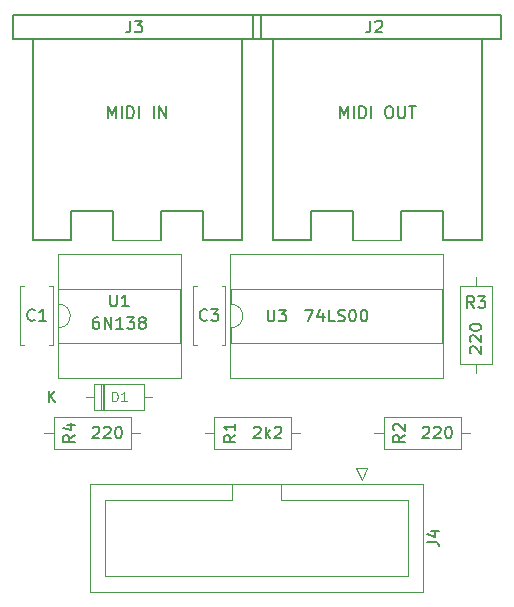
<source format=gto>
G04 #@! TF.GenerationSoftware,KiCad,Pcbnew,(5.1.8)-1*
G04 #@! TF.CreationDate,2022-02-10T23:24:45+01:00*
G04 #@! TF.ProjectId,BulkyMIDI-32 Gameport IDC,42756c6b-794d-4494-9449-2d3332204761,rev?*
G04 #@! TF.SameCoordinates,Original*
G04 #@! TF.FileFunction,Legend,Top*
G04 #@! TF.FilePolarity,Positive*
%FSLAX46Y46*%
G04 Gerber Fmt 4.6, Leading zero omitted, Abs format (unit mm)*
G04 Created by KiCad (PCBNEW (5.1.8)-1) date 2022-02-10 23:24:45*
%MOMM*%
%LPD*%
G01*
G04 APERTURE LIST*
%ADD10C,0.150000*%
%ADD11C,0.120000*%
%ADD12C,0.100000*%
G04 APERTURE END LIST*
D10*
X107950000Y-67256000D02*
X118450000Y-67256000D01*
X107950000Y-67256000D02*
X97450000Y-67256000D01*
X97450000Y-69256000D02*
X97450000Y-67256000D01*
X118450000Y-69256000D02*
X97450000Y-69256000D01*
X118450000Y-67256000D02*
X118450000Y-69256000D01*
X99100000Y-86256000D02*
X99100000Y-69256000D01*
X116800000Y-69256000D02*
X116800000Y-86256000D01*
X116800000Y-86256000D02*
X113538000Y-86256000D01*
X113538000Y-83820000D02*
X109982000Y-83820000D01*
X105918000Y-83820000D02*
X102362000Y-83820000D01*
X99100000Y-86256000D02*
X102362000Y-86256000D01*
X113538000Y-86256000D02*
X113538000Y-83820000D01*
X102362000Y-86256000D02*
X102362000Y-83820000D01*
X109982000Y-86256000D02*
X109982000Y-83820000D01*
X105918000Y-86256000D02*
X105918000Y-83820000D01*
D11*
X109982000Y-86256000D02*
X105918000Y-86256000D01*
D10*
X128270000Y-67256000D02*
X138770000Y-67256000D01*
X128270000Y-67256000D02*
X117770000Y-67256000D01*
X117770000Y-69256000D02*
X117770000Y-67256000D01*
X138770000Y-69256000D02*
X117770000Y-69256000D01*
X138770000Y-67256000D02*
X138770000Y-69256000D01*
X119420000Y-86256000D02*
X119420000Y-69256000D01*
X137120000Y-69256000D02*
X137120000Y-86256000D01*
X137120000Y-86256000D02*
X133858000Y-86256000D01*
X133858000Y-83820000D02*
X130302000Y-83820000D01*
X126238000Y-83820000D02*
X122682000Y-83820000D01*
X119420000Y-86256000D02*
X122682000Y-86256000D01*
X133858000Y-86256000D02*
X133858000Y-83820000D01*
X122682000Y-86256000D02*
X122682000Y-83820000D01*
X130302000Y-86256000D02*
X130302000Y-83820000D01*
X126238000Y-86256000D02*
X126238000Y-83820000D01*
D11*
X130302000Y-86256000D02*
X126238000Y-86256000D01*
X104306000Y-98448000D02*
X104306000Y-100688000D01*
X104306000Y-100688000D02*
X108546000Y-100688000D01*
X108546000Y-100688000D02*
X108546000Y-98448000D01*
X108546000Y-98448000D02*
X104306000Y-98448000D01*
X103656000Y-99568000D02*
X104306000Y-99568000D01*
X109196000Y-99568000D02*
X108546000Y-99568000D01*
X105026000Y-98448000D02*
X105026000Y-100688000D01*
X105146000Y-98448000D02*
X105146000Y-100688000D01*
X104906000Y-98448000D02*
X104906000Y-100688000D01*
X113689000Y-102616000D02*
X114459000Y-102616000D01*
X121769000Y-102616000D02*
X120999000Y-102616000D01*
X114459000Y-103986000D02*
X120999000Y-103986000D01*
X114459000Y-101246000D02*
X114459000Y-103986000D01*
X120999000Y-101246000D02*
X114459000Y-101246000D01*
X120999000Y-103986000D02*
X120999000Y-101246000D01*
X135350000Y-103986000D02*
X135350000Y-101246000D01*
X135350000Y-101246000D02*
X128810000Y-101246000D01*
X128810000Y-101246000D02*
X128810000Y-103986000D01*
X128810000Y-103986000D02*
X135350000Y-103986000D01*
X136120000Y-102616000D02*
X135350000Y-102616000D01*
X128040000Y-102616000D02*
X128810000Y-102616000D01*
X136652000Y-97512000D02*
X136652000Y-96742000D01*
X136652000Y-89432000D02*
X136652000Y-90202000D01*
X138022000Y-96742000D02*
X138022000Y-90202000D01*
X135282000Y-96742000D02*
X138022000Y-96742000D01*
X135282000Y-90202000D02*
X135282000Y-96742000D01*
X138022000Y-90202000D02*
X135282000Y-90202000D01*
X107410000Y-103986000D02*
X107410000Y-101246000D01*
X107410000Y-101246000D02*
X100870000Y-101246000D01*
X100870000Y-101246000D02*
X100870000Y-103986000D01*
X100870000Y-103986000D02*
X107410000Y-103986000D01*
X108180000Y-102616000D02*
X107410000Y-102616000D01*
X100100000Y-102616000D02*
X100870000Y-102616000D01*
X101286000Y-93710000D02*
X101286000Y-94960000D01*
X101286000Y-94960000D02*
X111566000Y-94960000D01*
X111566000Y-94960000D02*
X111566000Y-90460000D01*
X111566000Y-90460000D02*
X101286000Y-90460000D01*
X101286000Y-90460000D02*
X101286000Y-91710000D01*
X101226000Y-97960000D02*
X111626000Y-97960000D01*
X111626000Y-97960000D02*
X111626000Y-87460000D01*
X111626000Y-87460000D02*
X101226000Y-87460000D01*
X101226000Y-87460000D02*
X101226000Y-97960000D01*
X101286000Y-91710000D02*
G75*
G02*
X101286000Y-93710000I0J-1000000D01*
G01*
X115891000Y-93710000D02*
X115891000Y-94960000D01*
X115891000Y-94960000D02*
X133791000Y-94960000D01*
X133791000Y-94960000D02*
X133791000Y-90460000D01*
X133791000Y-90460000D02*
X115891000Y-90460000D01*
X115891000Y-90460000D02*
X115891000Y-91710000D01*
X115831000Y-97960000D02*
X133851000Y-97960000D01*
X133851000Y-97960000D02*
X133851000Y-87460000D01*
X133851000Y-87460000D02*
X115831000Y-87460000D01*
X115831000Y-87460000D02*
X115831000Y-97960000D01*
X115891000Y-91710000D02*
G75*
G02*
X115891000Y-93710000I0J-1000000D01*
G01*
X98386000Y-95140000D02*
X98071000Y-95140000D01*
X100811000Y-95140000D02*
X100496000Y-95140000D01*
X98386000Y-90200000D02*
X98071000Y-90200000D01*
X100811000Y-90200000D02*
X100496000Y-90200000D01*
X98071000Y-90200000D02*
X98071000Y-95140000D01*
X100811000Y-90200000D02*
X100811000Y-95140000D01*
X115416000Y-90200000D02*
X115416000Y-95140000D01*
X112676000Y-90200000D02*
X112676000Y-95140000D01*
X115416000Y-90200000D02*
X115101000Y-90200000D01*
X112991000Y-90200000D02*
X112676000Y-90200000D01*
X115416000Y-95140000D02*
X115101000Y-95140000D01*
X112991000Y-95140000D02*
X112676000Y-95140000D01*
X132159200Y-106946000D02*
X132159200Y-116066000D01*
X132159200Y-116066000D02*
X103959200Y-116066000D01*
X103959200Y-116066000D02*
X103959200Y-106946000D01*
X103959200Y-106946000D02*
X132159200Y-106946000D01*
X120109200Y-106946000D02*
X120109200Y-108256000D01*
X120109200Y-108256000D02*
X130859200Y-108256000D01*
X130859200Y-108256000D02*
X130859200Y-114756000D01*
X130859200Y-114756000D02*
X105259200Y-114756000D01*
X105259200Y-114756000D02*
X105259200Y-108256000D01*
X105259200Y-108256000D02*
X116009200Y-108256000D01*
X116009200Y-108256000D02*
X116009200Y-108256000D01*
X116009200Y-108256000D02*
X116009200Y-106946000D01*
X126949200Y-106556000D02*
X127449200Y-105556000D01*
X127449200Y-105556000D02*
X126449200Y-105556000D01*
X126449200Y-105556000D02*
X126949200Y-106556000D01*
D10*
X107366666Y-67708380D02*
X107366666Y-68422666D01*
X107319047Y-68565523D01*
X107223809Y-68660761D01*
X107080952Y-68708380D01*
X106985714Y-68708380D01*
X107747619Y-67708380D02*
X108366666Y-67708380D01*
X108033333Y-68089333D01*
X108176190Y-68089333D01*
X108271428Y-68136952D01*
X108319047Y-68184571D01*
X108366666Y-68279809D01*
X108366666Y-68517904D01*
X108319047Y-68613142D01*
X108271428Y-68660761D01*
X108176190Y-68708380D01*
X107890476Y-68708380D01*
X107795238Y-68660761D01*
X107747619Y-68613142D01*
X105497619Y-75958380D02*
X105497619Y-74958380D01*
X105830952Y-75672666D01*
X106164285Y-74958380D01*
X106164285Y-75958380D01*
X106640476Y-75958380D02*
X106640476Y-74958380D01*
X107116666Y-75958380D02*
X107116666Y-74958380D01*
X107354761Y-74958380D01*
X107497619Y-75006000D01*
X107592857Y-75101238D01*
X107640476Y-75196476D01*
X107688095Y-75386952D01*
X107688095Y-75529809D01*
X107640476Y-75720285D01*
X107592857Y-75815523D01*
X107497619Y-75910761D01*
X107354761Y-75958380D01*
X107116666Y-75958380D01*
X108116666Y-75958380D02*
X108116666Y-74958380D01*
X109354761Y-75958380D02*
X109354761Y-74958380D01*
X109830952Y-75958380D02*
X109830952Y-74958380D01*
X110402380Y-75958380D01*
X110402380Y-74958380D01*
X127686666Y-67708380D02*
X127686666Y-68422666D01*
X127639047Y-68565523D01*
X127543809Y-68660761D01*
X127400952Y-68708380D01*
X127305714Y-68708380D01*
X128115238Y-67803619D02*
X128162857Y-67756000D01*
X128258095Y-67708380D01*
X128496190Y-67708380D01*
X128591428Y-67756000D01*
X128639047Y-67803619D01*
X128686666Y-67898857D01*
X128686666Y-67994095D01*
X128639047Y-68136952D01*
X128067619Y-68708380D01*
X128686666Y-68708380D01*
X125150952Y-75958380D02*
X125150952Y-74958380D01*
X125484285Y-75672666D01*
X125817619Y-74958380D01*
X125817619Y-75958380D01*
X126293809Y-75958380D02*
X126293809Y-74958380D01*
X126770000Y-75958380D02*
X126770000Y-74958380D01*
X127008095Y-74958380D01*
X127150952Y-75006000D01*
X127246190Y-75101238D01*
X127293809Y-75196476D01*
X127341428Y-75386952D01*
X127341428Y-75529809D01*
X127293809Y-75720285D01*
X127246190Y-75815523D01*
X127150952Y-75910761D01*
X127008095Y-75958380D01*
X126770000Y-75958380D01*
X127770000Y-75958380D02*
X127770000Y-74958380D01*
X129198571Y-74958380D02*
X129389047Y-74958380D01*
X129484285Y-75006000D01*
X129579523Y-75101238D01*
X129627142Y-75291714D01*
X129627142Y-75625047D01*
X129579523Y-75815523D01*
X129484285Y-75910761D01*
X129389047Y-75958380D01*
X129198571Y-75958380D01*
X129103333Y-75910761D01*
X129008095Y-75815523D01*
X128960476Y-75625047D01*
X128960476Y-75291714D01*
X129008095Y-75101238D01*
X129103333Y-75006000D01*
X129198571Y-74958380D01*
X130055714Y-74958380D02*
X130055714Y-75767904D01*
X130103333Y-75863142D01*
X130150952Y-75910761D01*
X130246190Y-75958380D01*
X130436666Y-75958380D01*
X130531904Y-75910761D01*
X130579523Y-75863142D01*
X130627142Y-75767904D01*
X130627142Y-74958380D01*
X130960476Y-74958380D02*
X131531904Y-74958380D01*
X131246190Y-75958380D02*
X131246190Y-74958380D01*
D12*
X105835523Y-99929904D02*
X105835523Y-99129904D01*
X106026000Y-99129904D01*
X106140285Y-99168000D01*
X106216476Y-99244190D01*
X106254571Y-99320380D01*
X106292666Y-99472761D01*
X106292666Y-99587047D01*
X106254571Y-99739428D01*
X106216476Y-99815619D01*
X106140285Y-99891809D01*
X106026000Y-99929904D01*
X105835523Y-99929904D01*
X107054571Y-99929904D02*
X106597428Y-99929904D01*
X106826000Y-99929904D02*
X106826000Y-99129904D01*
X106749809Y-99244190D01*
X106673619Y-99320380D01*
X106597428Y-99358476D01*
D10*
X100449095Y-100020380D02*
X100449095Y-99020380D01*
X101020523Y-100020380D02*
X100591952Y-99448952D01*
X101020523Y-99020380D02*
X100449095Y-99591809D01*
X116276380Y-102782666D02*
X115800190Y-103116000D01*
X116276380Y-103354095D02*
X115276380Y-103354095D01*
X115276380Y-102973142D01*
X115324000Y-102877904D01*
X115371619Y-102830285D01*
X115466857Y-102782666D01*
X115609714Y-102782666D01*
X115704952Y-102830285D01*
X115752571Y-102877904D01*
X115800190Y-102973142D01*
X115800190Y-103354095D01*
X116276380Y-101830285D02*
X116276380Y-102401714D01*
X116276380Y-102116000D02*
X115276380Y-102116000D01*
X115419238Y-102211238D01*
X115514476Y-102306476D01*
X115562095Y-102401714D01*
X117832333Y-102163619D02*
X117879952Y-102116000D01*
X117975190Y-102068380D01*
X118213285Y-102068380D01*
X118308523Y-102116000D01*
X118356142Y-102163619D01*
X118403761Y-102258857D01*
X118403761Y-102354095D01*
X118356142Y-102496952D01*
X117784714Y-103068380D01*
X118403761Y-103068380D01*
X118832333Y-103068380D02*
X118832333Y-102068380D01*
X118927571Y-102687428D02*
X119213285Y-103068380D01*
X119213285Y-102401714D02*
X118832333Y-102782666D01*
X119594238Y-102163619D02*
X119641857Y-102116000D01*
X119737095Y-102068380D01*
X119975190Y-102068380D01*
X120070428Y-102116000D01*
X120118047Y-102163619D01*
X120165666Y-102258857D01*
X120165666Y-102354095D01*
X120118047Y-102496952D01*
X119546619Y-103068380D01*
X120165666Y-103068380D01*
X130627380Y-102782666D02*
X130151190Y-103116000D01*
X130627380Y-103354095D02*
X129627380Y-103354095D01*
X129627380Y-102973142D01*
X129675000Y-102877904D01*
X129722619Y-102830285D01*
X129817857Y-102782666D01*
X129960714Y-102782666D01*
X130055952Y-102830285D01*
X130103571Y-102877904D01*
X130151190Y-102973142D01*
X130151190Y-103354095D01*
X129722619Y-102401714D02*
X129675000Y-102354095D01*
X129627380Y-102258857D01*
X129627380Y-102020761D01*
X129675000Y-101925523D01*
X129722619Y-101877904D01*
X129817857Y-101830285D01*
X129913095Y-101830285D01*
X130055952Y-101877904D01*
X130627380Y-102449333D01*
X130627380Y-101830285D01*
X132111904Y-102163619D02*
X132159523Y-102116000D01*
X132254761Y-102068380D01*
X132492857Y-102068380D01*
X132588095Y-102116000D01*
X132635714Y-102163619D01*
X132683333Y-102258857D01*
X132683333Y-102354095D01*
X132635714Y-102496952D01*
X132064285Y-103068380D01*
X132683333Y-103068380D01*
X133064285Y-102163619D02*
X133111904Y-102116000D01*
X133207142Y-102068380D01*
X133445238Y-102068380D01*
X133540476Y-102116000D01*
X133588095Y-102163619D01*
X133635714Y-102258857D01*
X133635714Y-102354095D01*
X133588095Y-102496952D01*
X133016666Y-103068380D01*
X133635714Y-103068380D01*
X134254761Y-102068380D02*
X134350000Y-102068380D01*
X134445238Y-102116000D01*
X134492857Y-102163619D01*
X134540476Y-102258857D01*
X134588095Y-102449333D01*
X134588095Y-102687428D01*
X134540476Y-102877904D01*
X134492857Y-102973142D01*
X134445238Y-103020761D01*
X134350000Y-103068380D01*
X134254761Y-103068380D01*
X134159523Y-103020761D01*
X134111904Y-102973142D01*
X134064285Y-102877904D01*
X134016666Y-102687428D01*
X134016666Y-102449333D01*
X134064285Y-102258857D01*
X134111904Y-102163619D01*
X134159523Y-102116000D01*
X134254761Y-102068380D01*
X136485333Y-92019380D02*
X136152000Y-91543190D01*
X135913904Y-92019380D02*
X135913904Y-91019380D01*
X136294857Y-91019380D01*
X136390095Y-91067000D01*
X136437714Y-91114619D01*
X136485333Y-91209857D01*
X136485333Y-91352714D01*
X136437714Y-91447952D01*
X136390095Y-91495571D01*
X136294857Y-91543190D01*
X135913904Y-91543190D01*
X136818666Y-91019380D02*
X137437714Y-91019380D01*
X137104380Y-91400333D01*
X137247238Y-91400333D01*
X137342476Y-91447952D01*
X137390095Y-91495571D01*
X137437714Y-91590809D01*
X137437714Y-91828904D01*
X137390095Y-91924142D01*
X137342476Y-91971761D01*
X137247238Y-92019380D01*
X136961523Y-92019380D01*
X136866285Y-91971761D01*
X136818666Y-91924142D01*
X136199619Y-95853095D02*
X136152000Y-95805476D01*
X136104380Y-95710238D01*
X136104380Y-95472142D01*
X136152000Y-95376904D01*
X136199619Y-95329285D01*
X136294857Y-95281666D01*
X136390095Y-95281666D01*
X136532952Y-95329285D01*
X137104380Y-95900714D01*
X137104380Y-95281666D01*
X136199619Y-94900714D02*
X136152000Y-94853095D01*
X136104380Y-94757857D01*
X136104380Y-94519761D01*
X136152000Y-94424523D01*
X136199619Y-94376904D01*
X136294857Y-94329285D01*
X136390095Y-94329285D01*
X136532952Y-94376904D01*
X137104380Y-94948333D01*
X137104380Y-94329285D01*
X136104380Y-93710238D02*
X136104380Y-93615000D01*
X136152000Y-93519761D01*
X136199619Y-93472142D01*
X136294857Y-93424523D01*
X136485333Y-93376904D01*
X136723428Y-93376904D01*
X136913904Y-93424523D01*
X137009142Y-93472142D01*
X137056761Y-93519761D01*
X137104380Y-93615000D01*
X137104380Y-93710238D01*
X137056761Y-93805476D01*
X137009142Y-93853095D01*
X136913904Y-93900714D01*
X136723428Y-93948333D01*
X136485333Y-93948333D01*
X136294857Y-93900714D01*
X136199619Y-93853095D01*
X136152000Y-93805476D01*
X136104380Y-93710238D01*
X102687380Y-102782666D02*
X102211190Y-103116000D01*
X102687380Y-103354095D02*
X101687380Y-103354095D01*
X101687380Y-102973142D01*
X101735000Y-102877904D01*
X101782619Y-102830285D01*
X101877857Y-102782666D01*
X102020714Y-102782666D01*
X102115952Y-102830285D01*
X102163571Y-102877904D01*
X102211190Y-102973142D01*
X102211190Y-103354095D01*
X102020714Y-101925523D02*
X102687380Y-101925523D01*
X101639761Y-102163619D02*
X102354047Y-102401714D01*
X102354047Y-101782666D01*
X104171904Y-102163619D02*
X104219523Y-102116000D01*
X104314761Y-102068380D01*
X104552857Y-102068380D01*
X104648095Y-102116000D01*
X104695714Y-102163619D01*
X104743333Y-102258857D01*
X104743333Y-102354095D01*
X104695714Y-102496952D01*
X104124285Y-103068380D01*
X104743333Y-103068380D01*
X105124285Y-102163619D02*
X105171904Y-102116000D01*
X105267142Y-102068380D01*
X105505238Y-102068380D01*
X105600476Y-102116000D01*
X105648095Y-102163619D01*
X105695714Y-102258857D01*
X105695714Y-102354095D01*
X105648095Y-102496952D01*
X105076666Y-103068380D01*
X105695714Y-103068380D01*
X106314761Y-102068380D02*
X106410000Y-102068380D01*
X106505238Y-102116000D01*
X106552857Y-102163619D01*
X106600476Y-102258857D01*
X106648095Y-102449333D01*
X106648095Y-102687428D01*
X106600476Y-102877904D01*
X106552857Y-102973142D01*
X106505238Y-103020761D01*
X106410000Y-103068380D01*
X106314761Y-103068380D01*
X106219523Y-103020761D01*
X106171904Y-102973142D01*
X106124285Y-102877904D01*
X106076666Y-102687428D01*
X106076666Y-102449333D01*
X106124285Y-102258857D01*
X106171904Y-102163619D01*
X106219523Y-102116000D01*
X106314761Y-102068380D01*
X105664095Y-90892380D02*
X105664095Y-91701904D01*
X105711714Y-91797142D01*
X105759333Y-91844761D01*
X105854571Y-91892380D01*
X106045047Y-91892380D01*
X106140285Y-91844761D01*
X106187904Y-91797142D01*
X106235523Y-91701904D01*
X106235523Y-90892380D01*
X107235523Y-91892380D02*
X106664095Y-91892380D01*
X106949809Y-91892380D02*
X106949809Y-90892380D01*
X106854571Y-91035238D01*
X106759333Y-91130476D01*
X106664095Y-91178095D01*
X104664095Y-92797380D02*
X104473619Y-92797380D01*
X104378380Y-92845000D01*
X104330761Y-92892619D01*
X104235523Y-93035476D01*
X104187904Y-93225952D01*
X104187904Y-93606904D01*
X104235523Y-93702142D01*
X104283142Y-93749761D01*
X104378380Y-93797380D01*
X104568857Y-93797380D01*
X104664095Y-93749761D01*
X104711714Y-93702142D01*
X104759333Y-93606904D01*
X104759333Y-93368809D01*
X104711714Y-93273571D01*
X104664095Y-93225952D01*
X104568857Y-93178333D01*
X104378380Y-93178333D01*
X104283142Y-93225952D01*
X104235523Y-93273571D01*
X104187904Y-93368809D01*
X105187904Y-93797380D02*
X105187904Y-92797380D01*
X105759333Y-93797380D01*
X105759333Y-92797380D01*
X106759333Y-93797380D02*
X106187904Y-93797380D01*
X106473619Y-93797380D02*
X106473619Y-92797380D01*
X106378380Y-92940238D01*
X106283142Y-93035476D01*
X106187904Y-93083095D01*
X107092666Y-92797380D02*
X107711714Y-92797380D01*
X107378380Y-93178333D01*
X107521238Y-93178333D01*
X107616476Y-93225952D01*
X107664095Y-93273571D01*
X107711714Y-93368809D01*
X107711714Y-93606904D01*
X107664095Y-93702142D01*
X107616476Y-93749761D01*
X107521238Y-93797380D01*
X107235523Y-93797380D01*
X107140285Y-93749761D01*
X107092666Y-93702142D01*
X108283142Y-93225952D02*
X108187904Y-93178333D01*
X108140285Y-93130714D01*
X108092666Y-93035476D01*
X108092666Y-92987857D01*
X108140285Y-92892619D01*
X108187904Y-92845000D01*
X108283142Y-92797380D01*
X108473619Y-92797380D01*
X108568857Y-92845000D01*
X108616476Y-92892619D01*
X108664095Y-92987857D01*
X108664095Y-93035476D01*
X108616476Y-93130714D01*
X108568857Y-93178333D01*
X108473619Y-93225952D01*
X108283142Y-93225952D01*
X108187904Y-93273571D01*
X108140285Y-93321190D01*
X108092666Y-93416428D01*
X108092666Y-93606904D01*
X108140285Y-93702142D01*
X108187904Y-93749761D01*
X108283142Y-93797380D01*
X108473619Y-93797380D01*
X108568857Y-93749761D01*
X108616476Y-93702142D01*
X108664095Y-93606904D01*
X108664095Y-93416428D01*
X108616476Y-93321190D01*
X108568857Y-93273571D01*
X108473619Y-93225952D01*
X118999095Y-92162380D02*
X118999095Y-92971904D01*
X119046714Y-93067142D01*
X119094333Y-93114761D01*
X119189571Y-93162380D01*
X119380047Y-93162380D01*
X119475285Y-93114761D01*
X119522904Y-93067142D01*
X119570523Y-92971904D01*
X119570523Y-92162380D01*
X119951476Y-92162380D02*
X120570523Y-92162380D01*
X120237190Y-92543333D01*
X120380047Y-92543333D01*
X120475285Y-92590952D01*
X120522904Y-92638571D01*
X120570523Y-92733809D01*
X120570523Y-92971904D01*
X120522904Y-93067142D01*
X120475285Y-93114761D01*
X120380047Y-93162380D01*
X120094333Y-93162380D01*
X119999095Y-93114761D01*
X119951476Y-93067142D01*
X122198142Y-92162380D02*
X122864809Y-92162380D01*
X122436238Y-93162380D01*
X123674333Y-92495714D02*
X123674333Y-93162380D01*
X123436238Y-92114761D02*
X123198142Y-92829047D01*
X123817190Y-92829047D01*
X124674333Y-93162380D02*
X124198142Y-93162380D01*
X124198142Y-92162380D01*
X124960047Y-93114761D02*
X125102904Y-93162380D01*
X125341000Y-93162380D01*
X125436238Y-93114761D01*
X125483857Y-93067142D01*
X125531476Y-92971904D01*
X125531476Y-92876666D01*
X125483857Y-92781428D01*
X125436238Y-92733809D01*
X125341000Y-92686190D01*
X125150523Y-92638571D01*
X125055285Y-92590952D01*
X125007666Y-92543333D01*
X124960047Y-92448095D01*
X124960047Y-92352857D01*
X125007666Y-92257619D01*
X125055285Y-92210000D01*
X125150523Y-92162380D01*
X125388619Y-92162380D01*
X125531476Y-92210000D01*
X126150523Y-92162380D02*
X126245761Y-92162380D01*
X126341000Y-92210000D01*
X126388619Y-92257619D01*
X126436238Y-92352857D01*
X126483857Y-92543333D01*
X126483857Y-92781428D01*
X126436238Y-92971904D01*
X126388619Y-93067142D01*
X126341000Y-93114761D01*
X126245761Y-93162380D01*
X126150523Y-93162380D01*
X126055285Y-93114761D01*
X126007666Y-93067142D01*
X125960047Y-92971904D01*
X125912428Y-92781428D01*
X125912428Y-92543333D01*
X125960047Y-92352857D01*
X126007666Y-92257619D01*
X126055285Y-92210000D01*
X126150523Y-92162380D01*
X127102904Y-92162380D02*
X127198142Y-92162380D01*
X127293380Y-92210000D01*
X127341000Y-92257619D01*
X127388619Y-92352857D01*
X127436238Y-92543333D01*
X127436238Y-92781428D01*
X127388619Y-92971904D01*
X127341000Y-93067142D01*
X127293380Y-93114761D01*
X127198142Y-93162380D01*
X127102904Y-93162380D01*
X127007666Y-93114761D01*
X126960047Y-93067142D01*
X126912428Y-92971904D01*
X126864809Y-92781428D01*
X126864809Y-92543333D01*
X126912428Y-92352857D01*
X126960047Y-92257619D01*
X127007666Y-92210000D01*
X127102904Y-92162380D01*
X99274333Y-93027142D02*
X99226714Y-93074761D01*
X99083857Y-93122380D01*
X98988619Y-93122380D01*
X98845761Y-93074761D01*
X98750523Y-92979523D01*
X98702904Y-92884285D01*
X98655285Y-92693809D01*
X98655285Y-92550952D01*
X98702904Y-92360476D01*
X98750523Y-92265238D01*
X98845761Y-92170000D01*
X98988619Y-92122380D01*
X99083857Y-92122380D01*
X99226714Y-92170000D01*
X99274333Y-92217619D01*
X100226714Y-93122380D02*
X99655285Y-93122380D01*
X99941000Y-93122380D02*
X99941000Y-92122380D01*
X99845761Y-92265238D01*
X99750523Y-92360476D01*
X99655285Y-92408095D01*
X113879333Y-93027142D02*
X113831714Y-93074761D01*
X113688857Y-93122380D01*
X113593619Y-93122380D01*
X113450761Y-93074761D01*
X113355523Y-92979523D01*
X113307904Y-92884285D01*
X113260285Y-92693809D01*
X113260285Y-92550952D01*
X113307904Y-92360476D01*
X113355523Y-92265238D01*
X113450761Y-92170000D01*
X113593619Y-92122380D01*
X113688857Y-92122380D01*
X113831714Y-92170000D01*
X113879333Y-92217619D01*
X114212666Y-92122380D02*
X114831714Y-92122380D01*
X114498380Y-92503333D01*
X114641238Y-92503333D01*
X114736476Y-92550952D01*
X114784095Y-92598571D01*
X114831714Y-92693809D01*
X114831714Y-92931904D01*
X114784095Y-93027142D01*
X114736476Y-93074761D01*
X114641238Y-93122380D01*
X114355523Y-93122380D01*
X114260285Y-93074761D01*
X114212666Y-93027142D01*
X132501580Y-111839333D02*
X133215866Y-111839333D01*
X133358723Y-111886952D01*
X133453961Y-111982190D01*
X133501580Y-112125047D01*
X133501580Y-112220285D01*
X132834914Y-110934571D02*
X133501580Y-110934571D01*
X132453961Y-111172666D02*
X133168247Y-111410761D01*
X133168247Y-110791714D01*
M02*

</source>
